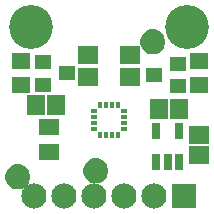
<source format=gbr>
G04 EAGLE Gerber RS-274X export*
G75*
%MOMM*%
%FSLAX34Y34*%
%LPD*%
%INSoldermask Top*%
%IPPOS*%
%AMOC8*
5,1,8,0,0,1.08239X$1,22.5*%
G01*
%ADD10R,0.550000X0.350000*%
%ADD11R,0.350000X0.550000*%
%ADD12R,1.703200X1.403200*%
%ADD13R,1.503200X1.703200*%
%ADD14C,3.719200*%
%ADD15R,1.703200X1.503200*%
%ADD16R,0.753200X1.403200*%
%ADD17R,1.503200X1.403200*%
%ADD18R,1.403200X1.203200*%
%ADD19R,2.133600X2.133600*%
%ADD20C,2.133600*%

G36*
X127522Y144460D02*
X127522Y144460D01*
X127565Y144472D01*
X127631Y144479D01*
X129314Y144930D01*
X129355Y144949D01*
X129418Y144968D01*
X130998Y145705D01*
X131035Y145731D01*
X131094Y145760D01*
X132522Y146760D01*
X132553Y146792D01*
X132606Y146831D01*
X133839Y148064D01*
X133864Y148100D01*
X133910Y148148D01*
X134910Y149576D01*
X134928Y149617D01*
X134965Y149672D01*
X135702Y151252D01*
X135713Y151295D01*
X135740Y151356D01*
X136191Y153039D01*
X136193Y153071D01*
X136200Y153092D01*
X136200Y153107D01*
X136210Y153148D01*
X136362Y154885D01*
X136358Y154929D01*
X136362Y154995D01*
X136210Y156732D01*
X136198Y156775D01*
X136191Y156841D01*
X135740Y158524D01*
X135721Y158565D01*
X135702Y158628D01*
X134965Y160208D01*
X134939Y160245D01*
X134910Y160304D01*
X133910Y161732D01*
X133878Y161763D01*
X133839Y161816D01*
X132606Y163049D01*
X132570Y163074D01*
X132522Y163120D01*
X131094Y164120D01*
X131053Y164138D01*
X130998Y164175D01*
X129418Y164912D01*
X129375Y164923D01*
X129314Y164950D01*
X127631Y165401D01*
X127586Y165404D01*
X127522Y165420D01*
X125785Y165572D01*
X125741Y165568D01*
X125675Y165572D01*
X123938Y165420D01*
X123895Y165408D01*
X123829Y165401D01*
X122146Y164950D01*
X122105Y164931D01*
X122042Y164912D01*
X120462Y164175D01*
X120425Y164149D01*
X120366Y164120D01*
X118938Y163120D01*
X118907Y163088D01*
X118854Y163049D01*
X117621Y161816D01*
X117596Y161780D01*
X117550Y161732D01*
X116550Y160304D01*
X116532Y160263D01*
X116495Y160208D01*
X115758Y158628D01*
X115747Y158585D01*
X115720Y158524D01*
X115269Y156841D01*
X115266Y156796D01*
X115250Y156732D01*
X115098Y154995D01*
X115102Y154951D01*
X115098Y154885D01*
X115250Y153148D01*
X115262Y153105D01*
X115266Y153071D01*
X115266Y153055D01*
X115268Y153050D01*
X115269Y153039D01*
X115720Y151356D01*
X115739Y151315D01*
X115758Y151252D01*
X116495Y149672D01*
X116521Y149635D01*
X116550Y149576D01*
X117550Y148148D01*
X117582Y148117D01*
X117621Y148064D01*
X118854Y146831D01*
X118890Y146806D01*
X118938Y146760D01*
X120366Y145760D01*
X120407Y145742D01*
X120462Y145705D01*
X122042Y144968D01*
X122085Y144957D01*
X122146Y144930D01*
X123829Y144479D01*
X123874Y144476D01*
X123938Y144460D01*
X125675Y144308D01*
X125719Y144312D01*
X125785Y144308D01*
X127522Y144460D01*
G37*
G36*
X79262Y35240D02*
X79262Y35240D01*
X79305Y35252D01*
X79371Y35259D01*
X81054Y35710D01*
X81095Y35729D01*
X81158Y35748D01*
X82738Y36485D01*
X82775Y36511D01*
X82834Y36540D01*
X84262Y37540D01*
X84293Y37572D01*
X84346Y37611D01*
X85579Y38844D01*
X85604Y38880D01*
X85650Y38928D01*
X86650Y40356D01*
X86668Y40397D01*
X86705Y40452D01*
X87442Y42032D01*
X87453Y42075D01*
X87480Y42136D01*
X87931Y43819D01*
X87933Y43851D01*
X87940Y43872D01*
X87940Y43887D01*
X87950Y43928D01*
X88102Y45665D01*
X88098Y45709D01*
X88102Y45775D01*
X87950Y47512D01*
X87938Y47555D01*
X87931Y47621D01*
X87480Y49304D01*
X87461Y49345D01*
X87442Y49408D01*
X86705Y50988D01*
X86679Y51025D01*
X86650Y51084D01*
X85650Y52512D01*
X85618Y52543D01*
X85579Y52596D01*
X84346Y53829D01*
X84310Y53854D01*
X84262Y53900D01*
X82834Y54900D01*
X82793Y54918D01*
X82738Y54955D01*
X81158Y55692D01*
X81115Y55703D01*
X81054Y55730D01*
X79371Y56181D01*
X79326Y56184D01*
X79262Y56200D01*
X77525Y56352D01*
X77481Y56348D01*
X77415Y56352D01*
X75678Y56200D01*
X75635Y56188D01*
X75569Y56181D01*
X73886Y55730D01*
X73845Y55711D01*
X73782Y55692D01*
X72202Y54955D01*
X72165Y54929D01*
X72106Y54900D01*
X70678Y53900D01*
X70647Y53868D01*
X70594Y53829D01*
X69361Y52596D01*
X69336Y52560D01*
X69290Y52512D01*
X68290Y51084D01*
X68272Y51043D01*
X68235Y50988D01*
X67498Y49408D01*
X67487Y49365D01*
X67460Y49304D01*
X67009Y47621D01*
X67006Y47576D01*
X66990Y47512D01*
X66838Y45775D01*
X66842Y45731D01*
X66838Y45665D01*
X66990Y43928D01*
X67002Y43885D01*
X67006Y43851D01*
X67006Y43835D01*
X67008Y43830D01*
X67009Y43819D01*
X67460Y42136D01*
X67479Y42095D01*
X67498Y42032D01*
X68235Y40452D01*
X68261Y40415D01*
X68290Y40356D01*
X69290Y38928D01*
X69322Y38897D01*
X69361Y38844D01*
X70594Y37611D01*
X70630Y37586D01*
X70678Y37540D01*
X72106Y36540D01*
X72147Y36522D01*
X72202Y36485D01*
X73782Y35748D01*
X73825Y35737D01*
X73886Y35710D01*
X75569Y35259D01*
X75614Y35256D01*
X75678Y35240D01*
X77415Y35088D01*
X77459Y35092D01*
X77525Y35088D01*
X79262Y35240D01*
G37*
G36*
X13222Y30160D02*
X13222Y30160D01*
X13265Y30172D01*
X13331Y30179D01*
X15014Y30630D01*
X15055Y30649D01*
X15118Y30668D01*
X16698Y31405D01*
X16735Y31431D01*
X16794Y31460D01*
X18222Y32460D01*
X18253Y32492D01*
X18306Y32531D01*
X19539Y33764D01*
X19564Y33800D01*
X19610Y33848D01*
X20610Y35276D01*
X20628Y35317D01*
X20665Y35372D01*
X21402Y36952D01*
X21413Y36995D01*
X21440Y37056D01*
X21891Y38739D01*
X21893Y38771D01*
X21900Y38792D01*
X21900Y38807D01*
X21910Y38848D01*
X22062Y40585D01*
X22058Y40629D01*
X22062Y40695D01*
X21910Y42432D01*
X21898Y42475D01*
X21891Y42541D01*
X21440Y44224D01*
X21421Y44265D01*
X21402Y44328D01*
X20665Y45908D01*
X20639Y45945D01*
X20610Y46004D01*
X19610Y47432D01*
X19578Y47463D01*
X19539Y47516D01*
X18306Y48749D01*
X18270Y48774D01*
X18222Y48820D01*
X16794Y49820D01*
X16753Y49838D01*
X16698Y49875D01*
X15118Y50612D01*
X15075Y50623D01*
X15014Y50650D01*
X13331Y51101D01*
X13286Y51104D01*
X13222Y51120D01*
X11485Y51272D01*
X11441Y51268D01*
X11375Y51272D01*
X9638Y51120D01*
X9595Y51108D01*
X9529Y51101D01*
X7846Y50650D01*
X7805Y50631D01*
X7742Y50612D01*
X6162Y49875D01*
X6125Y49849D01*
X6066Y49820D01*
X4638Y48820D01*
X4607Y48788D01*
X4554Y48749D01*
X3321Y47516D01*
X3296Y47480D01*
X3250Y47432D01*
X2250Y46004D01*
X2232Y45963D01*
X2195Y45908D01*
X1458Y44328D01*
X1447Y44285D01*
X1420Y44224D01*
X969Y42541D01*
X966Y42496D01*
X950Y42432D01*
X798Y40695D01*
X802Y40651D01*
X798Y40585D01*
X950Y38848D01*
X962Y38805D01*
X966Y38771D01*
X966Y38755D01*
X968Y38750D01*
X969Y38739D01*
X1420Y37056D01*
X1439Y37015D01*
X1458Y36952D01*
X2195Y35372D01*
X2221Y35335D01*
X2250Y35276D01*
X3250Y33848D01*
X3282Y33817D01*
X3321Y33764D01*
X4554Y32531D01*
X4590Y32506D01*
X4638Y32460D01*
X6066Y31460D01*
X6107Y31442D01*
X6162Y31405D01*
X7742Y30668D01*
X7785Y30657D01*
X7846Y30630D01*
X9529Y30179D01*
X9574Y30176D01*
X9638Y30160D01*
X11375Y30008D01*
X11419Y30012D01*
X11485Y30008D01*
X13222Y30160D01*
G37*
D10*
X101650Y81400D03*
X101650Y86400D03*
X101650Y91400D03*
X101650Y96400D03*
D11*
X96400Y101650D03*
X91400Y101650D03*
X86400Y101650D03*
X81400Y101650D03*
D10*
X76150Y91400D03*
X76150Y96400D03*
X76150Y86400D03*
X76150Y81400D03*
D11*
X81400Y76150D03*
X86400Y76150D03*
X91400Y76150D03*
X96400Y76150D03*
D12*
X38100Y82890D03*
X38100Y61890D03*
D13*
X131200Y97790D03*
X148200Y97790D03*
D14*
X22860Y167640D03*
X154940Y167640D03*
D13*
X27060Y101600D03*
X44060Y101600D03*
D15*
X165100Y58810D03*
X165100Y75810D03*
D16*
X128930Y53039D03*
X138430Y53039D03*
X147930Y53039D03*
X147930Y79041D03*
X128930Y79041D03*
D17*
X165100Y138430D03*
X165100Y118110D03*
X13970Y118110D03*
X13970Y138430D03*
D15*
X106680Y144120D03*
X106680Y125120D03*
X71120Y144120D03*
X71120Y125120D03*
D18*
X127160Y127000D03*
X147160Y136500D03*
X147160Y117500D03*
X53180Y128270D03*
X33180Y118770D03*
X33180Y137770D03*
D19*
X152400Y24130D03*
D20*
X127000Y24130D03*
X101600Y24130D03*
X76200Y24130D03*
X50800Y24130D03*
X25400Y24130D03*
M02*

</source>
